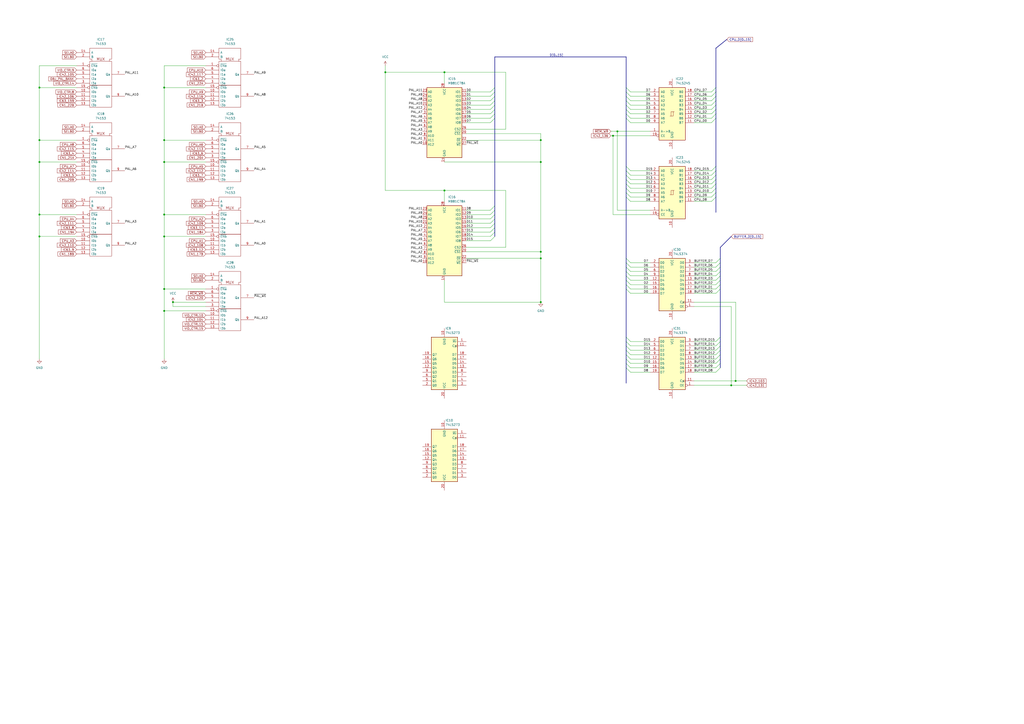
<source format=kicad_sch>
(kicad_sch (version 20230121) (generator eeschema)
  (paper "A2")
  (lib_symbols
    (symbol "74xx:74LS245" (pin_names (offset 1.016))
      (property "Reference" "U" (at -7.62 16.51 0))
      (property "Value" "74LS245" (at -7.62 -16.51 0))
      (symbol "74LS245_1_0"
        (polyline (pts (xy -0.635 -1.27) (xy -0.635 1.27) (xy 0.635 1.27)))
        (polyline (pts (xy -1.27 -1.27) (xy 0.635 -1.27) (xy 0.635 1.27) (xy 1.27 1.27)))
        (pin input line (at -12.7 -10.16 0) (length 5.08) (name "A->B") (number "1"))
        (pin power_in line (at 0 -20.32 90) (length 5.08) (name "GND") (number "10"))
        (pin tri_state line (at 12.7 -5.08 180) (length 5.08) (name "B7") (number "11"))
        (pin tri_state line (at 12.7 -2.54 180) (length 5.08) (name "B6") (number "12"))
        (pin tri_state line (at 12.7 0 180) (length 5.08) (name "B5") (number "13"))
        (pin tri_state line (at 12.7 2.54 180) (length 5.08) (name "B4") (number "14"))
        (pin tri_state line (at 12.7 5.08 180) (length 5.08) (name "B3") (number "15"))
        (pin tri_state line (at 12.7 7.62 180) (length 5.08) (name "B2") (number "16"))
        (pin tri_state line (at 12.7 10.16 180) (length 5.08) (name "B1") (number "17"))
        (pin tri_state line (at 12.7 12.7 180) (length 5.08) (name "B0") (number "18"))
        (pin input inverted (at -12.7 -12.7 0) (length 5.08) (name "CE") (number "19"))
        (pin tri_state line (at -12.7 12.7 0) (length 5.08) (name "A0") (number "2"))
        (pin power_in line (at 0 20.32 270) (length 5.08) (name "VCC") (number "20"))
        (pin tri_state line (at -12.7 10.16 0) (length 5.08) (name "A1") (number "3"))
        (pin tri_state line (at -12.7 7.62 0) (length 5.08) (name "A2") (number "4"))
        (pin tri_state line (at -12.7 5.08 0) (length 5.08) (name "A3") (number "5"))
        (pin tri_state line (at -12.7 2.54 0) (length 5.08) (name "A4") (number "6"))
        (pin tri_state line (at -12.7 0 0) (length 5.08) (name "A5") (number "7"))
        (pin tri_state line (at -12.7 -2.54 0) (length 5.08) (name "A6") (number "8"))
        (pin tri_state line (at -12.7 -5.08 0) (length 5.08) (name "A7") (number "9"))
      )
      (symbol "74LS245_1_1"
        (rectangle (start -7.62 15.24) (end 7.62 -15.24) (stroke (width 0.254)) (fill (type background)))
      )
    )
    (symbol "74xx:74LS273"
      (property "Reference" "U" (at -7.62 16.51 0))
      (property "Value" "74LS273" (at -7.62 -16.51 0))
      (symbol "74LS273_1_0"
        (pin input line (at -12.7 -12.7 0) (length 5.08) (name "~{Mr}") (number "1"))
        (pin power_in line (at 0 -20.32 90) (length 5.08) (name "GND") (number "10"))
        (pin input clock (at -12.7 -10.16 0) (length 5.08) (name "Cp") (number "11"))
        (pin output line (at 12.7 2.54 180) (length 5.08) (name "Q4") (number "12"))
        (pin input line (at -12.7 2.54 0) (length 5.08) (name "D4") (number "13"))
        (pin input line (at -12.7 0 0) (length 5.08) (name "D5") (number "14"))
        (pin output line (at 12.7 0 180) (length 5.08) (name "Q5") (number "15"))
        (pin output line (at 12.7 -2.54 180) (length 5.08) (name "Q6") (number "16"))
        (pin input line (at -12.7 -2.54 0) (length 5.08) (name "D6") (number "17"))
        (pin input line (at -12.7 -5.08 0) (length 5.08) (name "D7") (number "18"))
        (pin output line (at 12.7 -5.08 180) (length 5.08) (name "Q7") (number "19"))
        (pin output line (at 12.7 12.7 180) (length 5.08) (name "Q0") (number "2"))
        (pin power_in line (at 0 20.32 270) (length 5.08) (name "VCC") (number "20"))
        (pin input line (at -12.7 12.7 0) (length 5.08) (name "D0") (number "3"))
        (pin input line (at -12.7 10.16 0) (length 5.08) (name "D1") (number "4"))
        (pin output line (at 12.7 10.16 180) (length 5.08) (name "Q1") (number "5"))
        (pin output line (at 12.7 7.62 180) (length 5.08) (name "Q2") (number "6"))
        (pin input line (at -12.7 7.62 0) (length 5.08) (name "D2") (number "7"))
        (pin input line (at -12.7 5.08 0) (length 5.08) (name "D3") (number "8"))
        (pin output line (at 12.7 5.08 180) (length 5.08) (name "Q3") (number "9"))
      )
      (symbol "74LS273_1_1"
        (rectangle (start -7.62 15.24) (end 7.62 -15.24) (stroke (width 0.254)) (fill (type background)))
      )
    )
    (symbol "74xx:74LS374"
      (property "Reference" "U" (at -7.62 16.51 0))
      (property "Value" "74LS374" (at -7.62 -16.51 0))
      (symbol "74LS374_1_0"
        (pin input inverted (at -12.7 -12.7 0) (length 5.08) (name "OE") (number "1"))
        (pin power_in line (at 0 -20.32 90) (length 5.08) (name "GND") (number "10"))
        (pin input clock (at -12.7 -10.16 0) (length 5.08) (name "Cp") (number "11"))
        (pin tri_state line (at 12.7 2.54 180) (length 5.08) (name "O4") (number "12"))
        (pin input line (at -12.7 2.54 0) (length 5.08) (name "D4") (number "13"))
        (pin input line (at -12.7 0 0) (length 5.08) (name "D5") (number "14"))
        (pin tri_state line (at 12.7 0 180) (length 5.08) (name "O5") (number "15"))
        (pin tri_state line (at 12.7 -2.54 180) (length 5.08) (name "O6") (number "16"))
        (pin input line (at -12.7 -2.54 0) (length 5.08) (name "D6") (number "17"))
        (pin input line (at -12.7 -5.08 0) (length 5.08) (name "D7") (number "18"))
        (pin tri_state line (at 12.7 -5.08 180) (length 5.08) (name "O7") (number "19"))
        (pin tri_state line (at 12.7 12.7 180) (length 5.08) (name "O0") (number "2"))
        (pin power_in line (at 0 20.32 270) (length 5.08) (name "VCC") (number "20"))
        (pin input line (at -12.7 12.7 0) (length 5.08) (name "D0") (number "3"))
        (pin input line (at -12.7 10.16 0) (length 5.08) (name "D1") (number "4"))
        (pin tri_state line (at 12.7 10.16 180) (length 5.08) (name "O1") (number "5"))
        (pin tri_state line (at 12.7 7.62 180) (length 5.08) (name "O2") (number "6"))
        (pin input line (at -12.7 7.62 0) (length 5.08) (name "D2") (number "7"))
        (pin input line (at -12.7 5.08 0) (length 5.08) (name "D3") (number "8"))
        (pin tri_state line (at 12.7 5.08 180) (length 5.08) (name "O3") (number "9"))
      )
      (symbol "74LS374_1_1"
        (rectangle (start -7.62 15.24) (end 7.62 -15.24) (stroke (width 0.254)) (fill (type background)))
      )
    )
    (symbol "74xx_IEEE:74153" (pin_names (offset 0.762))
      (property "Reference" "U" (at 7.62 20.32 0))
      (property "Value" "74153" (at 3.81 -16.51 0))
      (symbol "74153_0_0"
        (rectangle (start -6.35 -2.54) (end 6.35 -15.24))
        (rectangle (start -6.35 11.43) (end 6.35 -2.54))
        (polyline (pts (xy -5.08 11.43) (xy -5.08 12.7) (xy -6.35 12.7) (xy -6.35 19.05) (xy 6.35 19.05) (xy 6.35 12.7) (xy 5.08 12.7) (xy 5.08 11.43) (xy 5.08 11.43)))
        (text "MUX" (at 0 12.7 0) (effects (font (size 1.524 1.524))))
        (pin power_in line (at 5.08 19.05 270) (length 0) hide (name "VCC") (number "16"))
        (pin power_in line (at 0 19.05 270) (length 0) hide (name "GND") (number "8"))
      )
      (symbol "74153_1_1"
        (pin input inverted (at -13.97 8.89 0) (length 7.62) (name "~{ENa}") (number "1"))
        (pin input line (at -13.97 -6.35 0) (length 7.62) (name "I0b") (number "10"))
        (pin input line (at -13.97 -8.89 0) (length 7.62) (name "I1b") (number "11"))
        (pin input line (at -13.97 -11.43 0) (length 7.62) (name "I2b") (number "12"))
        (pin input line (at -13.97 -13.97 0) (length 7.62) (name "I3b") (number "13"))
        (pin input line (at -13.97 16.51 0) (length 7.62) (name "A") (number "14"))
        (pin input inverted (at -13.97 -3.81 0) (length 7.62) (name "~{ENb}") (number "15"))
        (pin input line (at -13.97 13.97 0) (length 7.62) (name "B") (number "2"))
        (pin input line (at -13.97 -1.27 0) (length 7.62) (name "I3a") (number "3"))
        (pin input line (at -13.97 1.27 0) (length 7.62) (name "I2a") (number "4"))
        (pin input line (at -13.97 3.81 0) (length 7.62) (name "I1a") (number "5"))
        (pin input line (at -13.97 6.35 0) (length 7.62) (name "I0a") (number "6"))
        (pin output line (at 13.97 3.81 180) (length 7.62) (name "Qa") (number "7"))
        (pin output line (at 13.97 -8.89 180) (length 7.62) (name "Qb") (number "9"))
      )
    )
    (symbol "Irem:MB81C78A"
      (property "Reference" "U" (at -10.16 20.955 0))
      (property "Value" "MB81C78A" (at 8.89 21.59 0))
      (symbol "MB81C78A_0_0"
        (pin power_in line (at 0 -22.86 90) (length 2.54) (name "GND") (number "14"))
        (pin power_in line (at 0 22.86 270) (length 2.54) (name "VCC") (number "28"))
      )
      (symbol "MB81C78A_0_1"
        (rectangle (start -10.16 20.32) (end 10.16 -20.32) (stroke (width 0.254)) (fill (type background)))
      )
      (symbol "MB81C78A_1_1"
        (pin no_connect line (at -12.7 -17.78 0) (length 2.54) hide (name "NC") (number "1"))
        (pin input line (at -12.7 -12.7 0) (length 2.54) (name "A12") (number "10"))
        (pin tri_state line (at 12.7 17.78 180) (length 2.54) (name "IO1") (number "11"))
        (pin tri_state line (at 12.7 15.24 180) (length 2.54) (name "IO2") (number "12"))
        (pin tri_state line (at 12.7 12.7 180) (length 2.54) (name "IO3") (number "13"))
        (pin tri_state line (at 12.7 10.16 180) (length 2.54) (name "IO4") (number "15"))
        (pin tri_state line (at 12.7 7.62 180) (length 2.54) (name "IO5") (number "16"))
        (pin tri_state line (at 12.7 5.08 180) (length 2.54) (name "IO6") (number "17"))
        (pin tri_state line (at 12.7 2.54 180) (length 2.54) (name "IO7") (number "18"))
        (pin tri_state line (at 12.7 0 180) (length 2.54) (name "IO8") (number "19"))
        (pin input line (at -12.7 7.62 0) (length 2.54) (name "A4") (number "2"))
        (pin input line (at 12.7 -6.35 180) (length 2.54) (name "~{CS1}") (number "20"))
        (pin input line (at -12.7 10.16 0) (length 2.54) (name "A3") (number "21"))
        (pin input line (at 12.7 -10.16 180) (length 2.54) (name "~{OE}") (number "22"))
        (pin input line (at -12.7 17.78 0) (length 2.54) (name "A0") (number "23"))
        (pin input line (at -12.7 15.24 0) (length 2.54) (name "A1") (number "24"))
        (pin input line (at -12.7 12.7 0) (length 2.54) (name "A2") (number "25"))
        (pin input line (at 12.7 -3.81 180) (length 2.54) (name "CS2") (number "26"))
        (pin input line (at 12.7 -12.7 180) (length 2.54) (name "~{WE}") (number "27"))
        (pin input line (at -12.7 5.08 0) (length 2.54) (name "A5") (number "3"))
        (pin input line (at -12.7 2.54 0) (length 2.54) (name "A6") (number "4"))
        (pin input line (at -12.7 0 0) (length 2.54) (name "A7") (number "5"))
        (pin input line (at -12.7 -2.54 0) (length 2.54) (name "A8") (number "6"))
        (pin input line (at -12.7 -5.08 0) (length 2.54) (name "A9") (number "7"))
        (pin input line (at -12.7 -7.62 0) (length 2.54) (name "A10") (number "8"))
        (pin input line (at -12.7 -10.16 0) (length 2.54) (name "A11") (number "9"))
      )
    )
    (symbol "power:GND" (power) (pin_names (offset 0))
      (property "Value" "GND" (at 0 -3.81 0))
      (symbol "GND_0_1"
        (polyline (pts (xy 0 0) (xy 0 -1.27) (xy 1.27 -1.27) (xy 0 -2.54) (xy -1.27 -1.27) (xy 0 -1.27)))
      )
      (symbol "GND_1_1"
        (pin power_in line (at 0 0 270) (length 0) hide (name "GND") (number "1"))
      )
    )
    (symbol "power:VCC" (power) (pin_names (offset 0))
      (property "Value" "VCC" (at 0 3.81 0))
      (symbol "VCC_0_1"
        (polyline (pts (xy -0.762 1.27) (xy 0 2.54)))
        (polyline (pts (xy 0 0) (xy 0 2.54)))
        (polyline (pts (xy 0 2.54) (xy 0.762 1.27)))
      )
      (symbol "VCC_1_1"
        (pin power_in line (at 0 0 90) (length 0) hide (name "VCC") (number "1"))
      )
    )
  )
  (junction (at 95.25 167.64))
  (junction (at 95.25 137.16))
  (junction (at 95.25 81.28))
  (junction (at 223.52 41.91))
  (junction (at 95.25 124.46))
  (junction (at 313.69 149.86))
  (junction (at 257.81 41.91))
  (junction (at 95.25 50.8))
  (junction (at 22.86 81.28))
  (junction (at 355.6 78.74))
  (junction (at 95.25 180.34))
  (junction (at 313.69 175.26))
  (junction (at 22.86 50.8))
  (junction (at 100.33 175.26))
  (junction (at 257.81 110.49))
  (junction (at 426.72 220.98))
  (junction (at 313.69 146.05))
  (junction (at 313.69 81.28))
  (junction (at 22.86 137.16))
  (junction (at 22.86 124.46))
  (junction (at 22.86 93.98))
  (junction (at 358.14 76.2))
  (junction (at 95.25 93.98))
  (junction (at 313.69 93.98))
  (junction (at 424.18 223.52))
  (bus_entry (at 417.83 162.56) (size -2.54 2.54))
  (bus_entry (at 417.83 157.48) (size -2.54 2.54))
  (bus_entry (at 415.29 111.76) (size -2.54 2.54))
  (bus_entry (at 287.02 68.58) (size -2.54 2.54))
  (bus_entry (at 417.83 210.82) (size -2.54 2.54))
  (bus_entry (at 363.22 99.06) (size 2.54 2.54))
  (bus_entry (at 363.22 53.34) (size 2.54 2.54))
  (bus_entry (at 417.83 149.86) (size -2.54 2.54))
  (bus_entry (at 415.29 55.88) (size -2.54 2.54))
  (bus_entry (at 363.22 55.88) (size 2.54 2.54))
  (bus_entry (at 363.22 154.94) (size 2.54 2.54))
  (bus_entry (at 363.22 162.56) (size 2.54 2.54))
  (bus_entry (at 363.22 203.2) (size 2.54 2.54))
  (bus_entry (at 363.22 210.82) (size 2.54 2.54))
  (bus_entry (at 287.02 55.88) (size -2.54 2.54))
  (bus_entry (at 363.22 160.02) (size 2.54 2.54))
  (bus_entry (at 363.22 198.12) (size 2.54 2.54))
  (bus_entry (at 417.83 152.4) (size -2.54 2.54))
  (bus_entry (at 415.29 99.06) (size -2.54 2.54))
  (bus_entry (at 363.22 149.86) (size 2.54 2.54))
  (bus_entry (at 287.02 66.04) (size -2.54 2.54))
  (bus_entry (at 415.29 104.14) (size -2.54 2.54))
  (bus_entry (at 363.22 200.66) (size 2.54 2.54))
  (bus_entry (at 415.29 60.96) (size -2.54 2.54))
  (bus_entry (at 363.22 165.1) (size 2.54 2.54))
  (bus_entry (at 287.02 124.46) (size -2.54 2.54))
  (bus_entry (at 287.02 50.8) (size -2.54 2.54))
  (bus_entry (at 417.83 195.58) (size -2.54 2.54))
  (bus_entry (at 287.02 63.5) (size -2.54 2.54))
  (bus_entry (at 363.22 152.4) (size 2.54 2.54))
  (bus_entry (at 415.29 106.68) (size -2.54 2.54))
  (bus_entry (at 287.02 127) (size -2.54 2.54))
  (bus_entry (at 363.22 157.48) (size 2.54 2.54))
  (bus_entry (at 417.83 205.74) (size -2.54 2.54))
  (bus_entry (at 415.29 53.34) (size -2.54 2.54))
  (bus_entry (at 363.22 104.14) (size 2.54 2.54))
  (bus_entry (at 417.83 208.28) (size -2.54 2.54))
  (bus_entry (at 287.02 132.08) (size -2.54 2.54))
  (bus_entry (at 415.29 101.6) (size -2.54 2.54))
  (bus_entry (at 363.22 58.42) (size 2.54 2.54))
  (bus_entry (at 415.29 66.04) (size -2.54 2.54))
  (bus_entry (at 417.83 167.64) (size -2.54 2.54))
  (bus_entry (at 287.02 121.92) (size -2.54 2.54))
  (bus_entry (at 363.22 60.96) (size 2.54 2.54))
  (bus_entry (at 415.29 109.22) (size -2.54 2.54))
  (bus_entry (at 363.22 109.22) (size 2.54 2.54))
  (bus_entry (at 287.02 129.54) (size -2.54 2.54))
  (bus_entry (at 287.02 60.96) (size -2.54 2.54))
  (bus_entry (at 417.83 200.66) (size -2.54 2.54))
  (bus_entry (at 363.22 114.3) (size 2.54 2.54))
  (bus_entry (at 415.29 50.8) (size -2.54 2.54))
  (bus_entry (at 363.22 106.68) (size 2.54 2.54))
  (bus_entry (at 417.83 213.36) (size -2.54 2.54))
  (bus_entry (at 415.29 58.42) (size -2.54 2.54))
  (bus_entry (at 415.29 96.52) (size -2.54 2.54))
  (bus_entry (at 417.83 160.02) (size -2.54 2.54))
  (bus_entry (at 287.02 58.42) (size -2.54 2.54))
  (bus_entry (at 415.29 68.58) (size -2.54 2.54))
  (bus_entry (at 363.22 66.04) (size 2.54 2.54))
  (bus_entry (at 417.83 165.1) (size -2.54 2.54))
  (bus_entry (at 287.02 119.38) (size -2.54 2.54))
  (bus_entry (at 363.22 68.58) (size 2.54 2.54))
  (bus_entry (at 363.22 96.52) (size 2.54 2.54))
  (bus_entry (at 363.22 208.28) (size 2.54 2.54))
  (bus_entry (at 417.83 203.2) (size -2.54 2.54))
  (bus_entry (at 363.22 167.64) (size 2.54 2.54))
  (bus_entry (at 363.22 101.6) (size 2.54 2.54))
  (bus_entry (at 363.22 50.8) (size 2.54 2.54))
  (bus_entry (at 417.83 198.12) (size -2.54 2.54))
  (bus_entry (at 363.22 205.74) (size 2.54 2.54))
  (bus_entry (at 363.22 111.76) (size 2.54 2.54))
  (bus_entry (at 415.29 63.5) (size -2.54 2.54))
  (bus_entry (at 287.02 137.16) (size -2.54 2.54))
  (bus_entry (at 363.22 195.58) (size 2.54 2.54))
  (bus_entry (at 363.22 63.5) (size 2.54 2.54))
  (bus_entry (at 363.22 213.36) (size 2.54 2.54))
  (bus_entry (at 415.29 114.3) (size -2.54 2.54))
  (bus_entry (at 417.83 154.94) (size -2.54 2.54))
  (bus_entry (at 287.02 53.34) (size -2.54 2.54))
  (bus_entry (at 287.02 134.62) (size -2.54 2.54))
  (bus (pts (xy 287.02 124.46) (xy 287.02 121.92)))
  (bus (pts (xy 421.64 22.86) (xy 415.29 27.94)))
  (wire (pts (xy 412.75 66.04) (xy 402.59 66.04)))
  (wire (pts (xy 415.29 213.36) (xy 402.59 213.36)))
  (wire (pts (xy 355.6 124.46) (xy 355.6 78.74)))
  (wire (pts (xy 412.75 104.14) (xy 402.59 104.14)))
  (wire (pts (xy 415.29 210.82) (xy 402.59 210.82)))
  (wire (pts (xy 412.75 114.3) (xy 402.59 114.3)))
  (bus (pts (xy 415.29 53.34) (xy 415.29 55.88)))
  (wire (pts (xy 354.33 76.2) (xy 358.14 76.2)))
  (wire (pts (xy 313.69 77.47) (xy 313.69 81.28)))
  (wire (pts (xy 284.48 66.04) (xy 270.51 66.04)))
  (wire (pts (xy 365.76 116.84) (xy 377.19 116.84)))
  (wire (pts (xy 365.76 210.82) (xy 377.19 210.82)))
  (bus (pts (xy 417.83 213.36) (xy 417.83 210.82)))
  (bus (pts (xy 287.02 33.02) (xy 363.22 33.02)))
  (wire (pts (xy 365.76 154.94) (xy 377.19 154.94)))
  (wire (pts (xy 270.51 149.86) (xy 313.69 149.86)))
  (wire (pts (xy 313.69 149.86) (xy 313.69 175.26)))
  (wire (pts (xy 270.51 81.28) (xy 313.69 81.28)))
  (bus (pts (xy 417.83 210.82) (xy 417.83 208.28)))
  (wire (pts (xy 415.29 215.9) (xy 402.59 215.9)))
  (bus (pts (xy 363.22 101.6) (xy 363.22 104.14)))
  (wire (pts (xy 365.76 101.6) (xy 377.19 101.6)))
  (wire (pts (xy 358.14 121.92) (xy 358.14 76.2)))
  (bus (pts (xy 415.29 96.52) (xy 415.29 99.06)))
  (wire (pts (xy 377.19 124.46) (xy 355.6 124.46)))
  (wire (pts (xy 284.48 53.34) (xy 270.51 53.34)))
  (bus (pts (xy 287.02 137.16) (xy 287.02 134.62)))
  (bus (pts (xy 363.22 99.06) (xy 363.22 101.6)))
  (wire (pts (xy 415.29 162.56) (xy 402.59 162.56)))
  (wire (pts (xy 119.38 167.64) (xy 95.25 167.64)))
  (wire (pts (xy 284.48 134.62) (xy 270.51 134.62)))
  (wire (pts (xy 415.29 167.64) (xy 402.59 167.64)))
  (bus (pts (xy 287.02 60.96) (xy 287.02 58.42)))
  (wire (pts (xy 412.75 68.58) (xy 402.59 68.58)))
  (wire (pts (xy 402.59 177.8) (xy 424.18 177.8)))
  (wire (pts (xy 426.72 175.26) (xy 426.72 220.98)))
  (wire (pts (xy 284.48 68.58) (xy 270.51 68.58)))
  (bus (pts (xy 287.02 55.88) (xy 287.02 53.34)))
  (wire (pts (xy 44.45 81.28) (xy 22.86 81.28)))
  (wire (pts (xy 313.69 93.98) (xy 313.69 146.05)))
  (bus (pts (xy 417.83 198.12) (xy 417.83 195.58)))
  (wire (pts (xy 293.37 41.91) (xy 257.81 41.91)))
  (wire (pts (xy 365.76 152.4) (xy 377.19 152.4)))
  (bus (pts (xy 415.29 68.58) (xy 415.29 96.52)))
  (bus (pts (xy 417.83 200.66) (xy 417.83 198.12)))
  (wire (pts (xy 365.76 53.34) (xy 377.19 53.34)))
  (bus (pts (xy 363.22 53.34) (xy 363.22 55.88)))
  (bus (pts (xy 415.29 101.6) (xy 415.29 104.14)))
  (wire (pts (xy 365.76 157.48) (xy 377.19 157.48)))
  (bus (pts (xy 363.22 58.42) (xy 363.22 60.96)))
  (bus (pts (xy 415.29 58.42) (xy 415.29 60.96)))
  (wire (pts (xy 412.75 101.6) (xy 402.59 101.6)))
  (bus (pts (xy 363.22 162.56) (xy 363.22 165.1)))
  (wire (pts (xy 22.86 208.28) (xy 22.86 137.16)))
  (bus (pts (xy 417.83 154.94) (xy 417.83 152.4)))
  (bus (pts (xy 363.22 66.04) (xy 363.22 68.58)))
  (wire (pts (xy 95.25 93.98) (xy 95.25 81.28)))
  (wire (pts (xy 415.29 170.18) (xy 402.59 170.18)))
  (wire (pts (xy 270.51 74.93) (xy 293.37 74.93)))
  (wire (pts (xy 95.25 208.28) (xy 95.25 180.34)))
  (wire (pts (xy 365.76 200.66) (xy 377.19 200.66)))
  (bus (pts (xy 363.22 96.52) (xy 363.22 99.06)))
  (wire (pts (xy 426.72 220.98) (xy 402.59 220.98)))
  (bus (pts (xy 363.22 213.36) (xy 363.22 222.25)))
  (bus (pts (xy 363.22 60.96) (xy 363.22 63.5)))
  (bus (pts (xy 415.29 60.96) (xy 415.29 63.5)))
  (wire (pts (xy 365.76 63.5) (xy 377.19 63.5)))
  (bus (pts (xy 287.02 132.08) (xy 287.02 129.54)))
  (bus (pts (xy 415.29 50.8) (xy 415.29 53.34)))
  (wire (pts (xy 119.38 81.28) (xy 95.25 81.28)))
  (wire (pts (xy 365.76 162.56) (xy 377.19 162.56)))
  (bus (pts (xy 363.22 198.12) (xy 363.22 200.66)))
  (bus (pts (xy 417.83 167.64) (xy 417.83 165.1)))
  (bus (pts (xy 363.22 208.28) (xy 363.22 210.82)))
  (wire (pts (xy 355.6 78.74) (xy 377.19 78.74)))
  (wire (pts (xy 365.76 68.58) (xy 377.19 68.58)))
  (wire (pts (xy 223.52 41.91) (xy 223.52 110.49)))
  (wire (pts (xy 412.75 109.22) (xy 402.59 109.22)))
  (bus (pts (xy 363.22 205.74) (xy 363.22 208.28)))
  (wire (pts (xy 44.45 124.46) (xy 22.86 124.46)))
  (wire (pts (xy 119.38 180.34) (xy 95.25 180.34)))
  (bus (pts (xy 363.22 111.76) (xy 363.22 114.3)))
  (bus (pts (xy 415.29 114.3) (xy 415.29 123.19)))
  (wire (pts (xy 223.52 38.1) (xy 223.52 41.91)))
  (wire (pts (xy 293.37 110.49) (xy 257.81 110.49)))
  (wire (pts (xy 424.18 223.52) (xy 433.07 223.52)))
  (bus (pts (xy 415.29 111.76) (xy 415.29 114.3)))
  (bus (pts (xy 363.22 149.86) (xy 363.22 152.4)))
  (wire (pts (xy 415.29 160.02) (xy 402.59 160.02)))
  (bus (pts (xy 363.22 154.94) (xy 363.22 157.48)))
  (bus (pts (xy 415.29 99.06) (xy 415.29 101.6)))
  (wire (pts (xy 257.81 162.56) (xy 257.81 175.26)))
  (wire (pts (xy 412.75 60.96) (xy 402.59 60.96)))
  (bus (pts (xy 417.83 157.48) (xy 417.83 154.94)))
  (wire (pts (xy 22.86 93.98) (xy 22.86 81.28)))
  (bus (pts (xy 363.22 200.66) (xy 363.22 203.2)))
  (wire (pts (xy 44.45 50.8) (xy 22.86 50.8)))
  (wire (pts (xy 365.76 99.06) (xy 377.19 99.06)))
  (wire (pts (xy 424.18 177.8) (xy 424.18 223.52)))
  (wire (pts (xy 257.81 175.26) (xy 313.69 175.26)))
  (wire (pts (xy 412.75 53.34) (xy 402.59 53.34)))
  (wire (pts (xy 365.76 106.68) (xy 377.19 106.68)))
  (wire (pts (xy 402.59 175.26) (xy 426.72 175.26)))
  (wire (pts (xy 365.76 58.42) (xy 377.19 58.42)))
  (wire (pts (xy 284.48 71.12) (xy 270.51 71.12)))
  (bus (pts (xy 363.22 63.5) (xy 363.22 66.04)))
  (wire (pts (xy 365.76 167.64) (xy 377.19 167.64)))
  (wire (pts (xy 313.69 81.28) (xy 313.69 93.98)))
  (wire (pts (xy 95.25 50.8) (xy 95.25 38.1)))
  (wire (pts (xy 270.51 143.51) (xy 293.37 143.51)))
  (bus (pts (xy 287.02 68.58) (xy 287.02 66.04)))
  (bus (pts (xy 417.83 162.56) (xy 417.83 160.02)))
  (wire (pts (xy 412.75 99.06) (xy 402.59 99.06)))
  (wire (pts (xy 257.81 93.98) (xy 313.69 93.98)))
  (wire (pts (xy 365.76 203.2) (xy 377.19 203.2)))
  (wire (pts (xy 284.48 132.08) (xy 270.51 132.08)))
  (wire (pts (xy 257.81 48.26) (xy 257.81 41.91)))
  (bus (pts (xy 363.22 109.22) (xy 363.22 111.76)))
  (wire (pts (xy 284.48 139.7) (xy 270.51 139.7)))
  (bus (pts (xy 415.29 104.14) (xy 415.29 106.68)))
  (wire (pts (xy 22.86 124.46) (xy 22.86 93.98)))
  (wire (pts (xy 284.48 121.92) (xy 270.51 121.92)))
  (wire (pts (xy 365.76 104.14) (xy 377.19 104.14)))
  (wire (pts (xy 44.45 93.98) (xy 22.86 93.98)))
  (bus (pts (xy 415.29 55.88) (xy 415.29 58.42)))
  (wire (pts (xy 365.76 160.02) (xy 377.19 160.02)))
  (wire (pts (xy 95.25 124.46) (xy 95.25 93.98)))
  (wire (pts (xy 270.51 146.05) (xy 313.69 146.05)))
  (bus (pts (xy 363.22 114.3) (xy 363.22 149.86)))
  (wire (pts (xy 22.86 50.8) (xy 22.86 38.1)))
  (bus (pts (xy 363.22 55.88) (xy 363.22 58.42)))
  (wire (pts (xy 365.76 213.36) (xy 377.19 213.36)))
  (wire (pts (xy 415.29 157.48) (xy 402.59 157.48)))
  (wire (pts (xy 365.76 60.96) (xy 377.19 60.96)))
  (bus (pts (xy 287.02 63.5) (xy 287.02 60.96)))
  (wire (pts (xy 257.81 41.91) (xy 223.52 41.91)))
  (bus (pts (xy 287.02 121.92) (xy 287.02 119.38)))
  (wire (pts (xy 415.29 205.74) (xy 402.59 205.74)))
  (bus (pts (xy 417.83 208.28) (xy 417.83 205.74)))
  (wire (pts (xy 95.25 137.16) (xy 95.25 124.46)))
  (wire (pts (xy 415.29 152.4) (xy 402.59 152.4)))
  (wire (pts (xy 284.48 60.96) (xy 270.51 60.96)))
  (wire (pts (xy 365.76 114.3) (xy 377.19 114.3)))
  (wire (pts (xy 284.48 63.5) (xy 270.51 63.5)))
  (wire (pts (xy 412.75 106.68) (xy 402.59 106.68)))
  (bus (pts (xy 417.83 152.4) (xy 417.83 149.86)))
  (bus (pts (xy 287.02 127) (xy 287.02 124.46)))
  (wire (pts (xy 365.76 66.04) (xy 377.19 66.04)))
  (bus (pts (xy 415.29 109.22) (xy 415.29 111.76)))
  (wire (pts (xy 415.29 203.2) (xy 402.59 203.2)))
  (wire (pts (xy 119.38 93.98) (xy 95.25 93.98)))
  (wire (pts (xy 119.38 137.16) (xy 95.25 137.16)))
  (bus (pts (xy 363.22 160.02) (xy 363.22 162.56)))
  (bus (pts (xy 417.83 165.1) (xy 417.83 162.56)))
  (wire (pts (xy 293.37 74.93) (xy 293.37 41.91)))
  (wire (pts (xy 284.48 137.16) (xy 270.51 137.16)))
  (wire (pts (xy 415.29 198.12) (xy 402.59 198.12)))
  (wire (pts (xy 354.33 78.74) (xy 355.6 78.74)))
  (bus (pts (xy 363.22 106.68) (xy 363.22 109.22)))
  (bus (pts (xy 363.22 195.58) (xy 363.22 198.12)))
  (wire (pts (xy 365.76 170.18) (xy 377.19 170.18)))
  (wire (pts (xy 119.38 124.46) (xy 95.25 124.46)))
  (wire (pts (xy 365.76 109.22) (xy 377.19 109.22)))
  (wire (pts (xy 412.75 71.12) (xy 402.59 71.12)))
  (wire (pts (xy 415.29 208.28) (xy 402.59 208.28)))
  (bus (pts (xy 363.22 33.02) (xy 363.22 50.8)))
  (bus (pts (xy 287.02 53.34) (xy 287.02 50.8)))
  (wire (pts (xy 257.81 116.84) (xy 257.81 110.49)))
  (wire (pts (xy 412.75 63.5) (xy 402.59 63.5)))
  (bus (pts (xy 417.83 160.02) (xy 417.83 157.48)))
  (wire (pts (xy 100.33 175.26) (xy 119.38 175.26)))
  (bus (pts (xy 287.02 119.38) (xy 287.02 68.58)))
  (bus (pts (xy 363.22 210.82) (xy 363.22 213.36)))
  (wire (pts (xy 270.51 77.47) (xy 313.69 77.47)))
  (bus (pts (xy 363.22 165.1) (xy 363.22 167.64)))
  (bus (pts (xy 287.02 58.42) (xy 287.02 55.88)))
  (wire (pts (xy 412.75 58.42) (xy 402.59 58.42)))
  (wire (pts (xy 284.48 124.46) (xy 270.51 124.46)))
  (wire (pts (xy 22.86 81.28) (xy 22.86 50.8)))
  (wire (pts (xy 22.86 38.1) (xy 44.45 38.1)))
  (bus (pts (xy 363.22 167.64) (xy 363.22 195.58)))
  (wire (pts (xy 284.48 127) (xy 270.51 127)))
  (bus (pts (xy 415.29 66.04) (xy 415.29 68.58)))
  (wire (pts (xy 22.86 137.16) (xy 22.86 124.46)))
  (wire (pts (xy 412.75 116.84) (xy 402.59 116.84)))
  (bus (pts (xy 417.83 203.2) (xy 417.83 200.66)))
  (wire (pts (xy 95.25 180.34) (xy 95.25 167.64)))
  (wire (pts (xy 313.69 146.05) (xy 313.69 149.86)))
  (bus (pts (xy 415.29 27.94) (xy 415.29 50.8)))
  (wire (pts (xy 95.25 38.1) (xy 119.38 38.1)))
  (wire (pts (xy 95.25 81.28) (xy 95.25 50.8)))
  (bus (pts (xy 417.83 205.74) (xy 417.83 203.2)))
  (wire (pts (xy 365.76 205.74) (xy 377.19 205.74)))
  (bus (pts (xy 417.83 143.51) (xy 424.18 137.16)))
  (wire (pts (xy 44.45 137.16) (xy 22.86 137.16)))
  (wire (pts (xy 415.29 154.94) (xy 402.59 154.94)))
  (bus (pts (xy 363.22 203.2) (xy 363.22 205.74)))
  (wire (pts (xy 119.38 50.8) (xy 95.25 50.8)))
  (bus (pts (xy 363.22 68.58) (xy 363.22 96.52)))
  (wire (pts (xy 95.25 167.64) (xy 95.25 137.16)))
  (wire (pts (xy 365.76 165.1) (xy 377.19 165.1)))
  (wire (pts (xy 412.75 111.76) (xy 402.59 111.76)))
  (wire (pts (xy 284.48 55.88) (xy 270.51 55.88)))
  (wire (pts (xy 358.14 76.2) (xy 377.19 76.2)))
  (bus (pts (xy 417.83 149.86) (xy 417.83 143.51)))
  (wire (pts (xy 412.75 55.88) (xy 402.59 55.88)))
  (wire (pts (xy 377.19 121.92) (xy 358.14 121.92)))
  (bus (pts (xy 287.02 129.54) (xy 287.02 127)))
  (wire (pts (xy 415.29 200.66) (xy 402.59 200.66)))
  (bus (pts (xy 363.22 157.48) (xy 363.22 160.02)))
  (wire (pts (xy 365.76 198.12) (xy 377.19 198.12)))
  (bus (pts (xy 363.22 50.8) (xy 363.22 53.34)))
  (bus (pts (xy 363.22 104.14) (xy 363.22 106.68)))
  (wire (pts (xy 433.07 220.98) (xy 426.72 220.98)))
  (wire (pts (xy 257.81 110.49) (xy 223.52 110.49)))
  (bus (pts (xy 287.02 66.04) (xy 287.02 63.5)))
  (wire (pts (xy 365.76 71.12) (xy 377.19 71.12)))
  (wire (pts (xy 284.48 58.42) (xy 270.51 58.42)))
  (wire (pts (xy 365.76 55.88) (xy 377.19 55.88)))
  (bus (pts (xy 363.22 152.4) (xy 363.22 154.94)))
  (wire (pts (xy 365.76 208.28) (xy 377.19 208.28)))
  (bus (pts (xy 287.02 134.62) (xy 287.02 132.08)))
  (wire (pts (xy 100.33 177.8) (xy 100.33 175.26)))
  (wire (pts (xy 365.76 215.9) (xy 377.19 215.9)))
  (wire (pts (xy 293.37 143.51) (xy 293.37 110.49)))
  (bus (pts (xy 287.02 50.8) (xy 287.02 33.02)))
  (bus (pts (xy 417.83 195.58) (xy 417.83 167.64)))
  (wire (pts (xy 284.48 129.54) (xy 270.51 129.54)))
  (wire (pts (xy 119.38 177.8) (xy 100.33 177.8)))
  (bus (pts (xy 415.29 63.5) (xy 415.29 66.04)))
  (wire (pts (xy 415.29 165.1) (xy 402.59 165.1)))
  (wire (pts (xy 365.76 111.76) (xy 377.19 111.76)))
  (wire (pts (xy 402.59 223.52) (xy 424.18 223.52)))
  (bus (pts (xy 415.29 106.68) (xy 415.29 109.22)))
  (label "D6" (at 374.65 55.88 0))
  (label "BUFFER_D13" (at 402.59 203.2 0))
  (label "D3" (at 374.65 63.5 0))
  (label "PAL_A2" (at 245.11 147.32 180))
  (label "PAL_A6" (at 245.11 68.58 180))
  (label "CPU_D2" (at 402.59 66.04 0))
  (label "D15" (at 373.38 198.12 0))
  (label "D8" (at 373.38 215.9 0))
  (label "D1" (at 270.51 55.88 0))
  (label "CPU_D8" (at 402.59 116.84 0))
  (label "D7" (at 374.65 53.34 0))
  (label "D2" (at 270.51 58.42 0))
  (label "BUFFER_D7" (at 402.59 152.4 0))
  (label "D13" (at 373.38 203.2 0))
  (label "PAL_A9" (at 245.11 55.88 180))
  (label "BUFFER_D0" (at 402.59 170.18 0))
  (label "PAL_A12" (at 245.11 132.08 180))
  (label "PAL_A3" (at 245.11 144.78 180))
  (label "PAL_A5" (at 245.11 71.12 180))
  (label "CPU_D13" (at 402.59 104.14 0))
  (label "PAL_A4" (at 147.32 99.06 0))
  (label "PAL_A3" (at 245.11 76.2 180))
  (label "PAL_A11" (at 245.11 121.92 180))
  (label "D9" (at 270.51 124.46 0))
  (label "CPU_D11" (at 402.59 109.22 0))
  (label "CPU_D9" (at 402.59 114.3 0))
  (label "BUFFER_D8" (at 402.59 215.9 0))
  (label "PAL_A0" (at 147.32 142.24 0))
  (label "D3" (at 373.38 162.56 0))
  (label "CPU_D0" (at 402.59 71.12 0))
  (label "CPU_D1" (at 402.59 68.58 0))
  (label "D14" (at 270.51 137.16 0))
  (label "CPU_D12" (at 402.59 106.68 0))
  (label "PAL_A6" (at 245.11 137.16 180))
  (label "BUFFER_D14" (at 402.59 200.66 0))
  (label "D6" (at 270.51 68.58 0))
  (label "D11" (at 270.51 129.54 0))
  (label "~{PAL_WE}" (at 270.51 83.82 0))
  (label "D13" (at 270.51 134.62 0))
  (label "PAL_A8" (at 147.32 55.88 0))
  (label "PAL_A1" (at 245.11 81.28 180))
  (label "CPU_D3" (at 402.59 63.5 0))
  (label "D10" (at 373.38 210.82 0))
  (label "~{PAL_WE}" (at 270.51 152.4 0))
  (label "PAL_A5" (at 245.11 139.7 180))
  (label "D4" (at 373.38 160.02 0))
  (label "PAL_A9" (at 147.32 43.18 0))
  (label "PAL_A4" (at 245.11 142.24 180))
  (label "D9" (at 373.38 213.36 0))
  (label "D1" (at 373.38 167.64 0))
  (label "D12" (at 270.51 132.08 0))
  (label "D15" (at 374.65 99.06 0))
  (label "BUFFER_D6" (at 402.59 154.94 0))
  (label "BUFFER_D10" (at 402.59 210.82 0))
  (label "D11" (at 373.38 208.28 0))
  (label "D10" (at 270.51 127 0))
  (label "PAL_A1" (at 245.11 149.86 180))
  (label "BUFFER_D12" (at 402.59 205.74 0))
  (label "D4" (at 270.51 63.5 0))
  (label "D1" (at 374.65 68.58 0))
  (label "D15" (at 270.51 139.7 0))
  (label "D3" (at 270.51 60.96 0))
  (label "BUFFER_D1" (at 402.59 167.64 0))
  (label "PAL_A7" (at 245.11 134.62 180))
  (label "BUFFER_D9" (at 402.59 213.36 0))
  (label "PAL_A8" (at 245.11 127 180))
  (label "CPU_D15" (at 402.59 99.06 0))
  (label "BUFFER_D3" (at 402.59 162.56 0))
  (label "CPU_D4" (at 402.59 60.96 0))
  (label "BUFFER_D11" (at 402.59 208.28 0))
  (label "D14" (at 374.65 101.6 0))
  (label "PAL_A10" (at 72.39 55.88 0))
  (label "~{PAL_WE}" (at 147.32 172.72 0))
  (label "CPU_D6" (at 402.59 55.88 0))
  (label "PAL_A8" (at 245.11 58.42 180))
  (label "D7" (at 270.51 71.12 0))
  (label "PAL_A1" (at 147.32 129.54 0))
  (label "D5" (at 374.65 58.42 0))
  (label "D0" (at 374.65 71.12 0))
  (label "PAL_A12" (at 245.11 63.5 180))
  (label "PAL_A5" (at 147.32 86.36 0))
  (label "PAL_A11" (at 72.39 43.18 0))
  (label "D12" (at 374.65 106.68 0))
  (label "CPU_D7" (at 402.59 53.34 0))
  (label "BUFFER_D5" (at 402.59 157.48 0))
  (label "D7" (at 373.38 152.4 0))
  (label "D14" (at 373.38 200.66 0))
  (label "D6" (at 373.38 154.94 0))
  (label "D[0..15]" (at 318.77 33.02 0))
  (label "PAL_A10" (at 245.11 60.96 180))
  (label "D9" (at 374.65 114.3 0))
  (label "PAL_A2" (at 72.39 142.24 0))
  (label "PAL_A6" (at 72.39 99.06 0))
  (label "D11" (at 374.65 109.22 0))
  (label "PAL_A0" (at 245.11 83.82 180))
  (label "PAL_A0" (at 245.11 152.4 180))
  (label "CPU_D5" (at 402.59 58.42 0))
  (label "D13" (at 374.65 104.14 0))
  (label "D0" (at 270.51 53.34 0))
  (label "PAL_A12" (at 147.32 185.42 0))
  (label "PAL_A7" (at 72.39 86.36 0))
  (label "CPU_D10" (at 402.59 111.76 0))
  (label "D2" (at 373.38 165.1 0))
  (label "PAL_A10" (at 245.11 129.54 180))
  (label "D12" (at 373.38 205.74 0))
  (label "PAL_A7" (at 245.11 66.04 180))
  (label "PAL_A3" (at 72.39 129.54 0))
  (label "CPU_D14" (at 402.59 101.6 0))
  (label "BUFFER_D15" (at 402.59 198.12 0))
  (label "PAL_A11" (at 245.11 53.34 180))
  (label "D2" (at 374.65 66.04 0))
  (label "BUFFER_D4" (at 402.59 160.02 0))
  (label "PAL_A4" (at 245.11 73.66 180))
  (label "D8" (at 270.51 121.92 0))
  (label "D0" (at 373.38 170.18 0))
  (label "D4" (at 374.65 60.96 0))
  (label "D10" (at 374.65 111.76 0))
  (label "D5" (at 270.51 66.04 0))
  (label "D8" (at 374.65 116.84 0))
  (label "PAL_A9" (at 245.11 124.46 180))
  (label "BUFFER_D2" (at 402.59 165.1 0))
  (label "PAL_A2" (at 245.11 78.74 180))
  (label "D5" (at 373.38 157.48 0))
  (global_label "SELB0" (shape input) (at 119.38 162.56 180) (property "Intersheetrefs" "${INTERSHEET_REFS}" (effects hide)))
  (global_label "IC63_11" (shape input) (at 119.38 132.08 180) (property "Intersheetrefs" "${INTERSHEET_REFS}" (effects hide)))
  (global_label "CN1_17B" (shape input) (at 119.38 147.32 180) (property "Intersheetrefs" "${INTERSHEET_REFS}" (effects hide)))
  (global_label "IC42_120" (shape input) (at 119.38 172.72 180) (property "Intersheetrefs" "${INTERSHEET_REFS}" (effects hide)))
  (global_label "SELA0" (shape input) (at 119.38 160.02 180) (property "Intersheetrefs" "${INTERSHEET_REFS}" (effects hide)))
  (global_label "CPU_A9" (shape input) (at 119.38 53.34 180) (property "Intersheetrefs" "${INTERSHEET_REFS}" (effects hide)))
  (global_label "VID_CTRL8" (shape input) (at 44.45 53.34 180) (property "Intersheetrefs" "${INTERSHEET_REFS}" (effects hide)))
  (global_label "IC42_108" (shape input) (at 119.38 142.24 180) (property "Intersheetrefs" "${INTERSHEET_REFS}" (effects hide)))
  (global_label "IC63_8" (shape input) (at 44.45 132.08 180) (property "Intersheetrefs" "${INTERSHEET_REFS}" (effects hide)))
  (global_label "VID_CTRL10" (shape input) (at 119.38 182.88 180) (property "Intersheetrefs" "${INTERSHEET_REFS}" (effects hide)))
  (global_label "SELA0" (shape input) (at 44.45 116.84 180) (property "Intersheetrefs" "${INTERSHEET_REFS}" (effects hide)))
  (global_label "SELB0" (shape input) (at 119.38 33.02 180) (property "Intersheetrefs" "${INTERSHEET_REFS}" (effects hide)))
  (global_label "BUFFER_D[0..15]" (shape input) (at 424.18 137.16 0) (property "Intersheetrefs" "${INTERSHEET_REFS}" (effects hide)))
  (global_label "IC63_2" (shape input) (at 119.38 45.72 180) (property "Intersheetrefs" "${INTERSHEET_REFS}" (effects hide)))
  (global_label "IC63_9" (shape input) (at 44.45 144.78 180) (property "Intersheetrefs" "${INTERSHEET_REFS}" (effects hide)))
  (global_label "CPU_A6" (shape input) (at 119.38 83.82 180) (property "Intersheetrefs" "${INTERSHEET_REFS}" (effects hide)))
  (global_label "IC42_106" (shape input) (at 44.45 55.88 180) (property "Intersheetrefs" "${INTERSHEET_REFS}" (effects hide)))
  (global_label "CN1_21A" (shape input) (at 44.45 91.44 180) (property "Intersheetrefs" "${INTERSHEET_REFS}" (effects hide)))
  (global_label "CN1_22B" (shape input) (at 44.45 60.96 180) (property "Intersheetrefs" "${INTERSHEET_REFS}" (effects hide)))
  (global_label "CPU_D[0..15]" (shape input) (at 421.64 22.86 0) (property "Intersheetrefs" "${INTERSHEET_REFS}" (effects hide)))
  (global_label "IC42_111" (shape input) (at 44.45 129.54 180) (property "Intersheetrefs" "${INTERSHEET_REFS}" (effects hide)))
  (global_label "CPU_A8" (shape input) (at 44.45 83.82 180) (property "Intersheetrefs" "${INTERSHEET_REFS}" (effects hide)))
  (global_label "IC42_114" (shape input) (at 44.45 99.06 180) (property "Intersheetrefs" "${INTERSHEET_REFS}" (effects hide)))
  (global_label "IC63_3" (shape input) (at 119.38 58.42 180) (property "Intersheetrefs" "${INTERSHEET_REFS}" (effects hide)))
  (global_label "CN1_22A" (shape input) (at 119.38 48.26 180) (property "Intersheetrefs" "${INTERSHEET_REFS}" (effects hide)))
  (global_label "CN1_21B" (shape input) (at 119.38 60.96 180) (property "Intersheetrefs" "${INTERSHEET_REFS}" (effects hide)))
  (global_label "CN1_19B" (shape input) (at 119.38 104.14 180) (property "Intersheetrefs" "${INTERSHEET_REFS}" (effects hide)))
  (global_label "CPU_A1" (shape input) (at 119.38 139.7 180) (property "Intersheetrefs" "${INTERSHEET_REFS}" (effects hide)))
  (global_label "SELB0" (shape input) (at 119.38 76.2 180) (property "Intersheetrefs" "${INTERSHEET_REFS}" (effects hide)))
  (global_label "IC63_6" (shape input) (at 119.38 88.9 180) (property "Intersheetrefs" "${INTERSHEET_REFS}" (effects hide)))
  (global_label "IC63_12" (shape input) (at 119.38 144.78 180) (property "Intersheetrefs" "${INTERSHEET_REFS}" (effects hide)))
  (global_label "VID_CTRL9" (shape input) (at 44.45 40.64 180) (property "Intersheetrefs" "${INTERSHEET_REFS}" (effects hide)))
  (global_label "SELA0" (shape input) (at 44.45 73.66 180) (property "Intersheetrefs" "${INTERSHEET_REFS}" (effects hide)))
  (global_label "SELB0" (shape input) (at 44.45 119.38 180) (property "Intersheetrefs" "${INTERSHEET_REFS}" (effects hide)))
  (global_label "~{MEM_WR}" (shape input) (at 119.38 170.18 180) (property "Intersheetrefs" "${INTERSHEET_REFS}" (effects hide)))
  (global_label "CPU_A10" (shape input) (at 119.38 40.64 180) (property "Intersheetrefs" "${INTERSHEET_REFS}" (effects hide)))
  (global_label "SELB0" (shape input) (at 119.38 119.38 180) (property "Intersheetrefs" "${INTERSHEET_REFS}" (effects hide)))
  (global_label "IC63_4" (shape input) (at 44.45 88.9 180) (property "Intersheetrefs" "${INTERSHEET_REFS}" (effects hide)))
  (global_label "IC63_5" (shape input) (at 44.45 101.6 180) (property "Intersheetrefs" "${INTERSHEET_REFS}" (effects hide)))
  (global_label "~{MEM_WR}" (shape input) (at 354.33 76.2 180) (property "Intersheetrefs" "${INTERSHEET_REFS}" (effects hide)))
  (global_label "CPU_A4" (shape input) (at 44.45 127 180) (property "Intersheetrefs" "${INTERSHEET_REFS}" (effects hide)))
  (global_label "VID_CTRL15" (shape input) (at 119.38 190.5 180) (property "Intersheetrefs" "${INTERSHEET_REFS}" (effects hide)))
  (global_label "CN1_18B" (shape input) (at 44.45 147.32 180) (property "Intersheetrefs" "${INTERSHEET_REFS}" (effects hide)))
  (global_label "IC42_116" (shape input) (at 119.38 55.88 180) (property "Intersheetrefs" "${INTERSHEET_REFS}" (effects hide)))
  (global_label "SELA0" (shape input) (at 119.38 73.66 180) (property "Intersheetrefs" "${INTERSHEET_REFS}" (effects hide)))
  (global_label "CN1_18A" (shape input) (at 119.38 134.62 180) (property "Intersheetrefs" "${INTERSHEET_REFS}" (effects hide)))
  (global_label "SELA0" (shape input) (at 119.38 116.84 180) (property "Intersheetrefs" "${INTERSHEET_REFS}" (effects hide)))
  (global_label "SELA0" (shape input) (at 119.38 30.48 180) (property "Intersheetrefs" "${INTERSHEET_REFS}" (effects hide)))
  (global_label "SELB0" (shape input) (at 44.45 76.2 180) (property "Intersheetrefs" "${INTERSHEET_REFS}" (effects hide)))
  (global_label "CN1_20B" (shape input) (at 44.45 104.14 180) (property "Intersheetrefs" "${INTERSHEET_REFS}" (effects hide)))
  (global_label "CPU_A3" (shape input) (at 44.45 139.7 180) (property "Intersheetrefs" "${INTERSHEET_REFS}" (effects hide)))
  (global_label "IC42_113" (shape input) (at 119.38 86.36 180) (property "Intersheetrefs" "${INTERSHEET_REFS}" (effects hide)))
  (global_label "IC42_109" (shape input) (at 119.38 129.54 180) (property "Intersheetrefs" "${INTERSHEET_REFS}" (effects hide)))
  (global_label "IC42_110" (shape input) (at 44.45 142.24 180) (property "Intersheetrefs" "${INTERSHEET_REFS}" (effects hide)))
  (global_label "IC42_105" (shape input) (at 44.45 43.18 180) (property "Intersheetrefs" "${INTERSHEET_REFS}" (effects hide)))
  (global_label "CN1_19A" (shape input) (at 44.45 134.62 180) (property "Intersheetrefs" "${INTERSHEET_REFS}" (effects hide)))
  (global_label "IC42_136" (shape input) (at 354.33 78.74 180) (property "Intersheetrefs" "${INTERSHEET_REFS}" (effects hide)))
  (global_label "IC63_7" (shape input) (at 119.38 101.6 180) (property "Intersheetrefs" "${INTERSHEET_REFS}" (effects hide)))
  (global_label "CN1_20A" (shape input) (at 119.38 91.44 180) (property "Intersheetrefs" "${INTERSHEET_REFS}" (effects hide)))
  (global_label "CPU_A5" (shape input) (at 119.38 96.52 180) (property "Intersheetrefs" "${INTERSHEET_REFS}" (effects hide)))
  (global_label "VID_CTRL15" (shape input) (at 119.38 187.96 180) (property "Intersheetrefs" "${INTERSHEET_REFS}" (effects hide)))
  (global_label "CPU_A7" (shape input) (at 44.45 96.52 180) (property "Intersheetrefs" "${INTERSHEET_REFS}" (effects hide)))
  (global_label "VID_CTRL14" (shape input) (at 44.45 48.26 180) (property "Intersheetrefs" "${INTERSHEET_REFS}" (effects hide)))
  (global_label "IC42_131" (shape input) (at 433.07 223.52 0) (property "Intersheetrefs" "${INTERSHEET_REFS}" (effects hide)))
  (global_label "IC42_112" (shape input) (at 119.38 99.06 180) (property "Intersheetrefs" "${INTERSHEET_REFS}" (effects hide)))
  (global_label "IC42_115" (shape input) (at 44.45 86.36 180) (property "Intersheetrefs" "${INTERSHEET_REFS}" (effects hide)))
  (global_label "SELA0" (shape input) (at 44.45 30.48 180) (property "Intersheetrefs" "${INTERSHEET_REFS}" (effects hide)))
  (global_label "SELB0" (shape input) (at 44.45 33.02 180) (property "Intersheetrefs" "${INTERSHEET_REFS}" (effects hide)))
  (global_label "CPU_A2" (shape input) (at 119.38 127 180) (property "Intersheetrefs" "${INTERSHEET_REFS}" (effects hide)))
  (global_label "IC63_159" (shape input) (at 44.45 58.42 180) (property "Intersheetrefs" "${INTERSHEET_REFS}" (effects hide)))
  (global_label "IC42_104" (shape input) (at 119.38 185.42 180) (property "Intersheetrefs" "${INTERSHEET_REFS}" (effects hide)))
  (global_label "IC42_117" (shape input) (at 119.38 43.18 180) (property "Intersheetrefs" "${INTERSHEET_REFS}" (effects hide)))
  (global_label "IC42_103" (shape input) (at 433.07 220.98 0) (property "Intersheetrefs" "${INTERSHEET_REFS}" (effects hide)))
  (global_label "OBJ_PAL_BANK" (shape input) (at 44.45 45.72 180) (property "Intersheetrefs" "${INTERSHEET_REFS}" (effects hide)))
  (symbol (lib_id "74xx_IEEE:74153") (at 58.42 46.99 0) (unit 1)
    (property "Reference" "IC17" (at 58.42 22.86 0))
    (property "Value" "74153" (at 58.42 25.4 0))
  )
  (symbol (lib_id "74xx_IEEE:74153") (at 58.42 133.35 0) (unit 1)
    (property "Reference" "IC19" (at 58.42 109.22 0))
    (property "Value" "74153" (at 58.42 111.76 0))
  )
  (symbol (lib_id "74xx:74LS273") (at 257.81 210.82 180) (unit 1)
    (property "Reference" "IC9" (at 258.3306 190.5 0) (effects (justify right)))
    (property "Value" "74LS273" (at 258.3306 193.04 0) (effects (justify right)))
    (property "Datasheet" "http://www.ti.com/lit/gpn/sn74LS273" (effects hide))
  )
  (symbol (lib_id "74xx:74LS245") (at 389.89 66.04 0) (unit 1)
    (property "Reference" "IC22" (at 391.9094 45.72 0) (effects (justify left)))
    (property "Value" "74LS245" (at 391.9094 48.26 0) (effects (justify left)))
    (property "Datasheet" "http://www.ti.com/lit/gpn/sn74LS245" (effects hide))
  )
  (symbol (lib_id "74xx:74LS374") (at 389.89 210.82 0) (mirror y) (unit 1)
    (property "Reference" "IC31" (at 390.4106 190.5 0) (effects (justify right)))
    (property "Value" "74LS374" (at 390.4106 193.04 0) (effects (justify right)))
    (property "Datasheet" "http://www.ti.com/lit/gpn/sn74LS374" (effects hide))
  )
  (symbol (lib_id "Irem:MB81C78A") (at 257.81 71.12 0) (unit 1)
    (property "Reference" "IC15" (at 259.8294 45.72 0) (effects (justify left)))
    (property "Value" "MB81C78A" (at 259.8294 48.26 0) (effects (justify left)))
    (property "Footprint" "Package_DIP:DIP-28_W15.24mm" (effects hide))
  )
  (symbol (lib_id "74xx:74LS273") (at 257.81 264.16 180) (unit 1)
    (property "Reference" "IC10" (at 258.3306 243.84 0) (effects (justify right)))
    (property "Value" "74LS273" (at 258.3306 246.38 0) (effects (justify right)))
    (property "Datasheet" "http://www.ti.com/lit/gpn/sn74LS273" (effects hide))
  )
  (symbol (lib_id "74xx:74LS245") (at 389.89 111.76 0) (unit 1)
    (property "Reference" "IC23" (at 391.9094 91.44 0) (effects (justify left)))
    (property "Value" "74LS245" (at 391.9094 93.98 0) (effects (justify left)))
    (property "Datasheet" "http://www.ti.com/lit/gpn/sn74LS245" (effects hide))
  )
  (symbol (lib_id "74xx_IEEE:74153") (at 133.35 176.53 0) (unit 1)
    (property "Reference" "IC28" (at 133.35 152.4 0))
    (property "Value" "74153" (at 133.35 154.94 0))
  )
  (symbol (lib_id "74xx_IEEE:74153") (at 58.42 90.17 0) (unit 1)
    (property "Reference" "IC18" (at 58.42 66.04 0))
    (property "Value" "74153" (at 58.42 68.58 0))
  )
  (symbol (lib_id "power:GND") (at 313.69 175.26 0) (unit 1)
    (property "Reference" "#PWR?" (effects hide))
    (property "Value" "GND" (at 313.69 180.34 0))
  )
  (symbol (lib_id "74xx_IEEE:74153") (at 133.35 133.35 0) (unit 1)
    (property "Reference" "IC27" (at 133.35 109.22 0))
    (property "Value" "74153" (at 133.35 111.76 0))
  )
  (symbol (lib_id "Irem:MB81C78A") (at 257.81 139.7 0) (unit 1)
    (property "Reference" "IC16" (at 259.8294 114.3 0) (effects (justify left)))
    (property "Value" "MB81C78A" (at 259.8294 116.84 0) (effects (justify left)))
    (property "Footprint" "Package_DIP:DIP-28_W15.24mm" (effects hide))
  )
  (symbol (lib_id "power:GND") (at 95.25 208.28 0) (unit 1)
    (property "Reference" "#PWR?" (effects hide))
    (property "Value" "GND" (at 95.25 213.36 0))
  )
  (symbol (lib_id "74xx_IEEE:74153") (at 133.35 90.17 0) (unit 1)
    (property "Reference" "IC26" (at 133.35 66.04 0))
    (property "Value" "74153" (at 133.35 68.58 0))
  )
  (symbol (lib_id "power:VCC") (at 223.52 38.1 0) (unit 1)
    (property "Reference" "#PWR?" (effects hide))
    (property "Value" "VCC" (at 223.52 33.02 0))
  )
  (symbol (lib_id "power:VCC") (at 100.33 175.26 0) (unit 1)
    (property "Reference" "#PWR?" (effects hide))
    (property "Value" "VCC" (at 100.33 170.18 0))
  )
  (symbol (lib_id "74xx:74LS374") (at 389.89 165.1 0) (mirror y) (unit 1)
    (property "Reference" "IC30" (at 390.4106 144.78 0) (effects (justify right)))
    (property "Value" "74LS374" (at 390.4106 147.32 0) (effects (justify right)))
    (property "Datasheet" "http://www.ti.com/lit/gpn/sn74LS374" (effects hide))
  )
  (symbol (lib_id "power:GND") (at 22.86 208.28 0) (unit 1)
    (property "Reference" "#PWR?" (effects hide))
    (property "Value" "GND" (at 22.86 213.36 0))
  )
  (symbol (lib_id "74xx_IEEE:74153") (at 133.35 46.99 0) (unit 1)
    (property "Reference" "IC25" (at 133.35 22.86 0))
    (property "Value" "74153" (at 133.35 25.4 0))
  )
)
</source>
